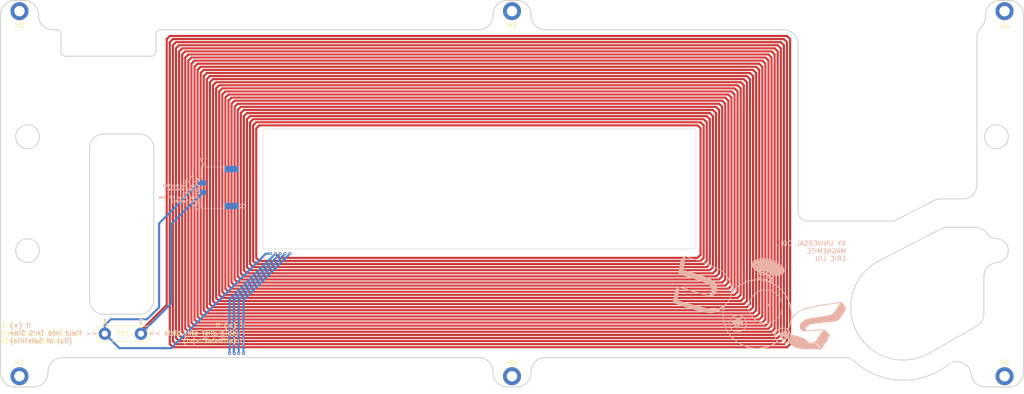
<source format=kicad_pcb>
(kicad_pcb (version 20240108) (generator "pcbnew") (generator_version "8.0")
  (title_block (title "Magnemite ") (date "2024-05-09") (rev "2.0") (comment 1 "Designed by: Eric Liu"))
  (layers (0 "F.Cu" signal) (1 "In1.Cu" signal) (2 "In2.Cu" signal) (3 "In3.Cu" signal) (4 "In4.Cu" signal) (31 "B.Cu" signal) (34 "B.Paste" user) (35 "F.Paste" user) (36 "B.SilkS" user "B.Silkscreen") (37 "F.SilkS" user "F.Silkscreen") (38 "B.Mask" user) (39 "F.Mask" user) (44 "Edge.Cuts" user))
  (net 0 "")
  (net 7 "COIL_1")
  (net 8 "COIL_2")
  (footprint "MountingHole:MountingHole_2.2mm_M2_DIN965_Pad_TopBottom" (layer "F.Cu") (at 52.371631 50.586)
    (property "Reference" "H2" (at 0.032369 2.988 0) (layer "F.SilkS"))
    (property "Value" "~")
    (pad "1" thru_hole circle (at 0 0) (size 2.6 2.6) (drill 2.2) (layers "*.Cu" "*.Mask"))
    (pad "1" connect circle (at 0 0) (size 3.8 3.8) (layers "F.Cu" "F.Mask"))
    (pad "1" connect circle (at 0 0) (size 3.8 3.8) (layers "B.Cu" "B.Mask"))
  )
  (footprint "ssi_connector:TestPointConnection" (layer "F.Cu") (at 74.168 119.126)
    (property "Reference" "TP1" (at 0 -0.5 0) (layer "F.SilkS"))
    (property "Value" "Start/End of Coil Series" (hide yes))
    (pad "1" thru_hole circle (at -3.82 -0.5) (size 2.6 2.6) (drill 1.3) (layers "*.Cu" "*.Mask") (net 7 "COIL_1"))
    (pad "2" thru_hole circle (at 3.8 -0.5) (size 2.6 2.6) (drill 1.3) (layers "*.Cu" "*.Mask") (net 8 "COIL_2"))
  )
  (footprint "MountingHole:MountingHole_2.2mm_M2_DIN965_Pad_TopBottom" (layer "F.Cu") (at 156.121631 50.586)
    (property "Reference" "H3" (at 0 2.988 0) (layer "F.SilkS"))
    (property "Value" "~")
    (pad "1" thru_hole circle (at 0 0) (size 2.6 2.6) (drill 2.2) (layers "*.Cu" "*.Mask"))
    (pad "1" connect circle (at 0 0) (size 3.8 3.8) (layers "F.Cu" "F.Mask"))
    (pad "1" connect circle (at 0 0) (size 3.8 3.8) (layers "B.Cu" "B.Mask"))
  )
  (footprint "MountingHole:MountingHole_2.2mm_M2_DIN965_Pad_TopBottom" (layer "F.Cu") (at 259.871631 127.586)
    (property "Reference" "H6" (at 0 -2.9 0) (layer "F.SilkS"))
    (property "Value" "~")
    (pad "1" thru_hole circle (at 0 0) (size 2.6 2.6) (drill 2.2) (layers "*.Cu" "*.Mask"))
    (pad "1" connect circle (at 0 0) (size 3.8 3.8) (layers "F.Cu" "F.Mask"))
    (pad "1" connect circle (at 0 0) (size 3.8 3.8) (layers "B.Cu" "B.Mask"))
  )
  (footprint "MountingHole:MountingHole_2.2mm_M2_DIN965_Pad_TopBottom" (layer "F.Cu") (at 156.121631 127.586)
    (property "Reference" "H5" (at 0 -2.9 0) (layer "F.SilkS"))
    (property "Value" "~")
    (pad "1" thru_hole circle (at 0 0) (size 2.6 2.6) (drill 2.2) (layers "*.Cu" "*.Mask"))
    (pad "1" connect circle (at 0 0) (size 3.8 3.8) (layers "F.Cu" "F.Mask"))
    (pad "1" connect circle (at 0 0) (size 3.8 3.8) (layers "B.Cu" "B.Mask"))
  )
  (footprint "MountingHole:MountingHole_2.2mm_M2_DIN965_Pad_TopBottom" (layer "F.Cu") (at 52.371631 127.586)
    (property "Reference" "H1" (at 0 -2.9 0) (layer "F.SilkS"))
    (property "Value" "~")
    (pad "1" thru_hole circle (at 0 0) (size 2.6 2.6) (drill 2.2) (layers "*.Cu" "*.Mask"))
    (pad "1" connect circle (at 0 0) (size 3.8 3.8) (layers "F.Cu" "F.Mask"))
    (pad "1" connect circle (at 0 0) (size 3.8 3.8) (layers "B.Cu" "B.Mask"))
  )
  (footprint "MountingHole:MountingHole_2.2mm_M2_DIN965_Pad_TopBottom" (layer "F.Cu") (at 259.871631 50.586)
    (property "Reference" "H4" (at 0.032369 3.188 0) (layer "F.SilkS"))
    (property "Value" "~")
    (pad "1" thru_hole circle (at 0 0) (size 2.6 2.6) (drill 2.2) (layers "*.Cu" "*.Mask"))
    (pad "1" connect circle (at 0 0) (size 3.8 3.8) (layers "F.Cu" "F.Mask"))
    (pad "1" connect circle (at 0 0) (size 3.8 3.8) (layers "B.Cu" "B.Mask"))
  )
  (footprint "NetTie:NetTie-2_SMD_Pad0.5mm" (layer "B.Cu") (at 82.804 121.666 180)
    (property "Reference" "NT1" (hide yes))
    (property "Value" "NetTie_2" (hide yes))
    (fp_poly (pts (xy -0.5 0.25) (xy 0.5 0.25) (xy 0.5 -0.25) (xy -0.5 -0.25)) (fill solid) (layer "B.Cu"))
    (pad "1" smd circle (at -0.5 0 180) (size 0.5 0.5) (layers "B.Cu") (net 8 "COIL_2"))
    (pad "2" smd circle (at 0.5 0 180) (size 0.5 0.5) (layers "B.Cu") (net 7 "COIL_1"))
  )
  (footprint "ssi_connector:Molex_205338-0002" (layer "B.Cu") (at 91.053001 86.799003 90)
    (property "Reference" "J1" (at -4.914997 8.350999 90) (layer "B.SilkS") (effects (justify mirror)))
    (property "Value" "2053380002" (hide yes))
    (fp_text user "*" (at 0.715003 -0.949001 90) (layer "B.SilkS") (effects (justify mirror)))
    (pad "1" smd rect (at 0 0 90) (size 1.1 1.45) (layers "B.Cu" "B.Paste" "B.Mask") (net 7 "COIL_1"))
    (pad "2" smd rect (at -2.000001 0 90) (size 1.1 1.45) (layers "B.Cu" "B.Paste" "B.Mask") (net 8 "COIL_2"))
    (pad "3" smd rect (at 2.894998 5.974999 90) (size 1.35 2.899999) (layers "B.Cu" "B.Paste" "B.Mask"))
    (pad "4" smd rect (at -4.894997 5.974999 90) (size 1.35 2.899999) (layers "B.Cu" "B.Paste" "B.Mask"))
  )
  (footprint "ssi_drawings:logo_magtorquer" (layer "B.Cu") (at 208.28 112.014 180)
    (property "Reference" "G***" (hide yes))
    (property "Value" "LOGO" (hide yes))
  )
  (gr_line (start 160.121631 126.836) (end 160.121631 126.661) (stroke (width 0.2)) (layer "Edge.Cuts"))
  (gr_arc (start 248.017869 125.143714) (mid 237.996342 128.412213) (end 228.232362 124.439949) (stroke (width 0.2)) (layer "Edge.Cuts"))
  (gr_arc (start 160.121631 126.661) (mid 161.000312 124.53969) (end 163.121631 123.661) (stroke (width 0.2)) (layer "Edge.Cuts"))
  (gr_line (start 163.121631 123.661) (end 226.215698 123.661) (stroke (width 0.2)) (layer "Edge.Cuts"))
  (gr_arc (start 59.371631 54.511) (mid 57.250291 53.632331) (end 56.371631 51.511) (stroke (width 0.2)) (layer "Edge.Cuts"))
  (gr_circle (center 258.171631 77.086) (end 258.171631 74.586) (stroke (width 0.2)) (fill none) (layer "Edge.Cuts"))
  (gr_arc (start 58.371631 126.836) (mid 57.492953 128.957331) (end 55.371631 129.836) (stroke (width 0.2)) (layer "Edge.Cuts"))
  (gr_line (start 70.134831 76.4899) (end 77.659631 76.4899) (stroke (width 0.2)) (layer "Edge.Cuts"))
  (gr_line (start 56.371631 51.511) (end 56.371631 51.336) (stroke (width 0.2)) (layer "Edge.Cuts"))
  (gr_arc (start 80.659631 111.5239) (mid 79.780953 113.645231) (end 77.659631 114.5239) (stroke (width 0.2)) (layer "Edge.Cuts"))
  (gr_arc (start 160.121631 126.836) (mid 159.242953 128.957331) (end 157.121631 129.836) (stroke (width 0.2)) (layer "Edge.Cuts"))
  (gr_arc (start 152.121631 51.511) (mid 151.242953 53.632331) (end 149.121631 54.511) (stroke (width 0.2)) (layer "Edge.Cuts"))
  (gr_arc (start 149.121631 123.661) (mid 151.242932 124.53969) (end 152.121631 126.661) (stroke (width 0.2)) (layer "Edge.Cuts"))
  (gr_line (start 157.121631 48.336) (end 155.121631 48.336) (stroke (width 0.2)) (layer "Edge.Cuts"))
  (gr_line (start 155.121631 129.836) (end 157.121631 129.836) (stroke (width 0.2)) (layer "Edge.Cuts"))
  (gr_line (start 77.659631 114.5239) (end 70.134831 114.5239) (stroke (width 0.2)) (layer "Edge.Cuts"))
  (gr_line (start 152.121631 126.661) (end 152.121631 126.836) (stroke (width 0.2)) (layer "Edge.Cuts"))
  (gr_arc (start 58.371631 126.661) (mid 59.250312 124.53969) (end 61.371631 123.661) (stroke (width 0.2)) (layer "Edge.Cuts"))
  (gr_arc (start 152.121631 51.336) (mid 153.000312 49.21469) (end 155.121631 48.336) (stroke (width 0.2)) (layer "Edge.Cuts"))
  (gr_line (start 255.834505 129.836) (end 260.871631 129.836) (stroke (width 0.2)) (layer "Edge.Cuts"))
  (gr_arc (start 155.121631 129.836) (mid 153.000291 128.957331) (end 152.121631 126.836) (stroke (width 0.2)) (layer "Edge.Cuts"))
  (gr_arc (start 157.121631 48.336) (mid 159.242932 49.21469) (end 160.121631 51.336) (stroke (width 0.2)) (layer "Edge.Cuts"))
  (gr_line (start 149.121631 54.511) (end 82.121631 54.511) (stroke (width 0.2)) (layer "Edge.Cuts"))
  (gr_arc (start 163.121631 54.511) (mid 161.000291 53.632331) (end 160.121631 51.511) (stroke (width 0.2)) (layer "Edge.Cuts"))
  (gr_line (start 81.121631 55.511) (end 81.121631 59.086) (stroke (width 0.2)) (layer "Edge.Cuts"))
  (gr_arc (start 81.121631 59.086) (mid 80.82874 59.793117) (end 80.121631 60.086) (stroke (width 0.2)) (layer "Edge.Cuts"))
  (gr_arc (start 67.134831 79.4899) (mid 68.013512 77.36859) (end 70.134831 76.4899) (stroke (width 0.2)) (layer "Edge.Cuts"))
  (gr_arc (start 51.371631 129.836) (mid 49.250291 128.957331) (end 48.371631 126.836) (stroke (width 0.2)) (layer "Edge.Cuts"))
  (gr_line (start 247.807463 96.186) (end 253.661528 96.186) (stroke (width 0.2)) (layer "Edge.Cuts"))
  (gr_arc (start 260.871631 48.336) (mid 262.992932 49.21469) (end 263.871631 51.336) (stroke (width 0.2)) (layer "Edge.Cuts"))
  (gr_line (start 160.121631 51.511) (end 160.121631 51.336) (stroke (width 0.2)) (layer "Edge.Cuts"))
  (gr_arc (start 48.371631 51.336) (mid 49.250312 49.21469) (end 51.371631 48.336) (stroke (width 0.2)) (layer "Edge.Cuts"))
  (gr_arc (start 81.121631 55.511) (mid 81.414526 54.803904) (end 82.121631 54.511) (stroke (width 0.2)) (layer "Edge.Cuts"))
  (gr_line (start 61.121631 59.086) (end 61.121631 55.511) (stroke (width 0.2)) (layer "Edge.Cuts"))
  (gr_line (start 61.371631 123.661) (end 149.121631 123.661) (stroke (width 0.2)) (layer "Edge.Cuts"))
  (gr_arc (start 254.066488 56.049108) (mid 254.301325 54.885557) (end 254.96906 53.904162) (stroke (width 0.2)) (layer "Edge.Cuts"))
  (gr_line (start 60.121631 54.511) (end 59.371631 54.511) (stroke (width 0.2)) (layer "Edge.Cuts"))
  (gr_arc (start 244.965495 90.522253) (mid 245.635316 90.27127) (end 246.345513 90.186) (stroke (width 0.2)) (layer "Edge.Cuts"))
  (gr_arc (start 253.661528 96.186) (mid 255.005385 96.503841) (end 256.064509 97.389982) (stroke (width 0.2)) (layer "Edge.Cuts"))
  (gr_arc (start 255.526488 114.395724) (mid 255.121468 115.901047) (end 254.015803 116.99994) (stroke (width 0.2)) (layer "Edge.Cuts"))
  (gr_line (start 235.908015 94.836) (end 218.371631 94.836) (stroke (width 0.2)) (layer "Edge.Cuts"))
  (gr_arc (start 255.871631 51.336) (mid 256.750312 49.21469) (end 258.871631 48.336) (stroke (width 0.2)) (layer "Edge.Cuts"))
  (gr_line (start 254.015803 116.99994) (end 244.041836 122.703911) (stroke (width 0.2)) (layer "Edge.Cuts"))
  (gr_line (start 152.121631 51.336) (end 152.121631 51.511) (stroke (width 0.2)) (layer "Edge.Cuts"))
  (gr_arc (start 258.306112 98.58962) (mid 260.671566 101.072567) (end 258.33293 103.580791) (stroke (width 0.2)) (layer "Edge.Cuts"))
  (gr_arc (start 77.659631 76.4899) (mid 79.780932 77.36859) (end 80.659631 79.4899) (stroke (width 0.2)) (layer "Edge.Cuts"))
  (gr_line (start 67.134831 111.5239) (end 67.134831 79.4899) (stroke (width 0.2)) (layer "Edge.Cuts"))
  (gr_arc (start 263.871631 126.836) (mid 262.992953 128.957331) (end 260.871631 129.836) (stroke (width 0.2)) (layer "Edge.Cuts"))
  (gr_arc (start 53.371631 48.336) (mid 55.492932 49.21469) (end 56.371631 51.336) (stroke (width 0.2)) (layer "Edge.Cuts"))
  (gr_arc (start 255.526488 106.57454) (mid 256.337789 104.522765) (end 258.33293 103.580791) (stroke (width 0.2)) (layer "Edge.Cuts"))
  (gr_arc (start 255.871631 51.759216) (mid 255.636794 52.922768) (end 254.96906 53.904162) (stroke (width 0.2)) (layer "Edge.Cuts"))
  (gr_arc (start 258.306112 98.58962) (mid 257.05196 98.23898) (end 256.064509 97.389982) (stroke (width 0.2)) (layer "Edge.Cuts"))
  (gr_line (start 254.066488 56.049108) (end 254.066488 87.186) (stroke (width 0.2)) (layer "Edge.Cuts"))
  (gr_line (start 251.066488 90.186) (end 246.345513 90.186) (stroke (width 0.2)) (layer "Edge.Cuts"))
  (gr_line (start 80.121631 60.086) (end 62.121631 60.086) (stroke (width 0.2)) (layer "Edge.Cuts"))
  (gr_circle (center 54.071631 77.086) (end 54.071631 74.586) (stroke (width 0.2)) (fill none) (layer "Edge.Cuts"))
  (gr_arc (start 226.215698 123.661) (mid 227.296645 123.862483) (end 228.232362 124.439949) (stroke (width 0.2)) (layer "Edge.Cuts"))
  (gr_line (start 255.526488 106.57454) (end 255.526488 114.395724) (stroke (width 0.2)) (layer "Edge.Cuts"))
  (gr_line (start 255.871631 51.336) (end 255.871631 51.759216) (stroke (width 0.2)) (layer "Edge.Cuts"))
  (gr_arc (start 70.134831 114.5239) (mid 68.013491 113.645231) (end 67.134831 111.5239) (stroke (width 0.2)) (layer "Edge.Cuts"))
  (gr_line (start 233.444793 103.248229) (end 246.427444 96.522253) (stroke (width 0.2)) (layer "Edge.Cuts"))
  (gr_arc (start 254.066488 87.186) (mid 253.187808 89.307316) (end 251.066488 90.186) (stroke (width 0.2)) (layer "Edge.Cuts"))
  (gr_line (start 48.371631 51.336) (end 48.371631 126.836) (stroke (width 0.2)) (layer "Edge.Cuts"))
  (gr_line (start 51.371631 129.836) (end 55.371631 129.836) (stroke (width 0.2)) (layer "Edge.Cuts"))
  (gr_arc (start 244.041836 122.703911) (mid 228.811572 118.385659) (end 233.444793 103.248229) (stroke (width 0.2)) (layer "Edge.Cuts"))
  (gr_line (start 216.371631 92.836) (end 216.371631 57.511) (stroke (width 0.2)) (layer "Edge.Cuts"))
  (gr_line (start 263.871631 126.836) (end 263.871631 51.336) (stroke (width 0.2)) (layer "Edge.Cuts"))
  (gr_arc (start 60.121631 54.511) (mid 60.828718 54.803904) (end 61.121631 55.511) (stroke (width 0.2)) (layer "Edge.Cuts"))
  (gr_line (start 244.965495 90.522253) (end 237.288034 94.499747) (stroke (width 0.2)) (layer "Edge.Cuts"))
  (gr_arc (start 62.121631 60.086) (mid 61.414505 59.793117) (end 61.121631 59.086) (stroke (width 0.2)) (layer "Edge.Cuts"))
  (gr_line (start 58.371631 126.836) (end 58.371631 126.661) (stroke (width 0.2)) (layer "Edge.Cuts"))
  (gr_arc (start 237.288034 94.499747) (mid 236.618211 94.75072) (end 235.908015 94.836) (stroke (width 0.2)) (layer "Edge.Cuts"))
  (gr_arc (start 248.017869 125.143714) (mid 251.03073 124.735427) (end 252.853068 127.169217) (stroke (width 0.2)) (layer "Edge.Cuts"))
  (gr_arc (start 255.834505 129.836) (mid 253.834488 129.072001) (end 252.853068 127.169217) (stroke (width 0.2)) (layer "Edge.Cuts"))
  (gr_line (start 213.371631 54.511) (end 163.121631 54.511) (stroke (width 0.2)) (layer "Edge.Cuts"))
  (gr_arc (start 213.371631 54.511) (mid 215.492932 55.38969) (end 216.371631 57.511) (stroke (width 0.2)) (layer "Edge.Cuts"))
  (gr_line (start 53.371631 48.336) (end 51.371631 48.336) (stroke (width 0.2)) (layer "Edge.Cuts"))
  (gr_circle (center 54.071631 101.086) (end 54.071631 98.586) (stroke (width 0.2)) (fill none) (layer "Edge.Cuts"))
  (gr_line (start 260.871631 48.336) (end 258.871631 48.336) (stroke (width 0.2)) (layer "Edge.Cuts"))
  (gr_rect (start 103.632 75.438) (end 194.880695 100.741627) (stroke (width 0.1)) (fill none) (layer "Edge.Cuts"))
  (gr_arc (start 218.371631 94.836) (mid 216.957398 94.250224) (end 216.371631 92.836) (stroke (width 0.2)) (layer "Edge.Cuts"))
  (gr_arc (start 246.427444 96.522253) (mid 247.097268 96.271283) (end 247.807463 96.186) (stroke (width 0.2)) (layer "Edge.Cuts"))
  (gr_line (start 80.659631 79.4899) (end 80.659631 111.5239) (stroke (width 0.2)) (layer "Edge.Cuts"))
  (gr_text "<< If (+)\nField Into This Side\n(Out of Satellite)\n" (at 90.104 88.474 0) (layer "B.SilkS") (effects (font (size 0.5 0.5) (thickness 0.125)) (justify left bottom mirror)))
  (gr_text "<< If (+)\nField Out of This Side\n(Into Satellite)\n" (at 90.104 90.974 0) (layer "B.SilkS") (effects (font (size 0.5 0.5) (thickness 0.125)) (justify left bottom mirror)))
  (gr_text "1" (at 89.354 85.674 0) (layer "B.SilkS") (effects (font (size 1 1)) (justify left bottom mirror)))
  (gr_text "1" (at 70.904 116.674 0) (layer "B.SilkS") (effects (font (size 1 1)) (justify left bottom mirror)))
  (gr_text "XY UNIVERSAL COIL\nMAGNEMITE \nERIC LIU" (at 226.568 103.378 0) (layer "B.SilkS") (effects (font (size 1 1)) (justify left bottom mirror)))
  (gr_text "If (+)\nField Out of THIS Side >>\n(Into Satellite)" (at 100.004 120.674 0) (layer "B.SilkS") (effects (font (size 1 1)) (justify left bottom mirror)))
  (gr_text "2" (at 90.154 92.474 0) (layer "B.SilkS") (effects (font (size 1 1)) (justify left bottom mirror)))
  (gr_text "If (+)\n<< Field Into THIS Side\n(Out of Satellite)" (at 50.294 120.694 0) (layer "B.SilkS") (effects (font (size 1 1)) (justify right bottom mirror)))
  (gr_text "2" (at 78.454 116.674 0) (layer "B.SilkS") (effects (font (size 1 1)) (justify left bottom mirror)))
  (gr_text "If (+)\nField Out of THIS Side >>\n(Out of Satellite)" (at 48.374 120.694 0) (layer "F.SilkS") (effects (font (size 1 1)) (justify left bottom)))
  (gr_text "2" (at 77.504 116.674 0) (layer "F.SilkS") (effects (font (size 1 1)) (justify left bottom)))
  (gr_text "If (+)\n<< Field Into THIS Side\n(Into Satellite)" (at 98.104 120.674 0) (layer "F.SilkS") (effects (font (size 1 1)) (justify right bottom)))
  (gr_text "1" (at 69.954 116.674 0) (layer "F.SilkS") (effects (font (size 1 1)) (justify left bottom)))
  (segment (start 81.788 95.339004) (end 81.788 113.03) (width 0.45) (layer "B.Cu") (net 7))
  (segment (start 79.248 115.57) (end 71.628 115.57) (width 0.45) (layer "B.Cu") (net 7))
  (segment (start 71.628 115.57) (end 70.348 116.85) (width 0.45) (layer "B.Cu") (net 7))
  (segment (start 70.348 118.626) (end 73.388 121.666) (width 0.45) (layer "B.Cu") (net 7))
  (segment (start 70.348 116.85) (end 70.348 118.626) (width 0.45) (layer "B.Cu") (net 7))
  (segment (start 91.053001 86.799003) (end 90.328001 86.799003) (width 0.45) (layer "B.Cu") (net 7))
  (segment (start 90.328001 86.799003) (end 81.788 95.339004) (width 0.45) (layer "B.Cu") (net 7))
  (segment (start 81.788 113.03) (end 79.248 115.57) (width 0.45) (layer "B.Cu") (net 7))
  (segment (start 73.388 121.666) (end 82.304 121.666) (width 0.45) (layer "B.Cu") (net 7))
  (segment (start 90.543689 63.62138) (end 90.543689 114.32138) (width 0.45) (layer "F.Cu") (net 8))
  (segment (start 98.343688 107.82138) (end 97.693689 107.17138) (width 0.45) (layer "F.Cu") (net 8))
  (segment (start 212.743689 118.87138) (end 212.093689 119.52138) (width 0.45) (layer "F.Cu") (net 8))
  (segment (start 208.843688 114.97138) (end 208.193689 115.62138) (width 0.45) (layer "F.Cu") (net 8))
  (segment (start 90.543688 115.62138) (end 89.893688 114.97138) (width 0.45) (layer "F.Cu") (net 8))
  (segment (start 196.493689 103.92138) (end 102.243688 103.92138) (width 0.45) (layer "F.Cu") (net 8))
  (segment (start 202.343689 109.77138) (end 96.393688 109.77138) (width 0.45) (layer "F.Cu") (net 8))
  (segment (start 98.993689 72.07138) (end 99.643688 71.42138) (width 0.45) (layer "F.Cu") (net 8))
  (segment (start 200.393689 69.47138) (end 201.043689 70.12138) (width 0.45) (layer "F.Cu") (net 8))
  (segment (start 92.493688 113.67138) (end 91.843688 113.02138) (width 0.45) (layer "F.Cu") (net 8))
  (segment (start 214.043689 120.17138) (end 214.043689 57.12138) (width 0.45) (layer "F.Cu") (net 8))
  (segment (start 87.943689 61.02138) (end 87.943689 116.92138) (width 0.45) (layer "F.Cu") (net 8))
  (segment (start 200.393688 70.77138) (end 200.393688 106.52138) (width 0.45) (layer "F.Cu") (net 8))
  (segment (start 99.643689 72.72138) (end 100.293689 72.07138) (width 0.45) (layer "F.Cu") (net 8))
  (segment (start 91.843688 63.62138) (end 206.243689 63.62138) (width 0.45) (layer "F.Cu") (net 8))
  (segment (start 204.293689 110.42138) (end 203.643689 111.07138) (width 0.45) (layer "F.Cu") (net 8))
  (segment (start 201.693689 69.47138) (end 201.693689 107.82138) (width 0.45) (layer "F.Cu") (net 8))
  (segment (start 214.043689 55.82138) (end 84.043689 55.82138) (width 0.45) (layer "F.Cu") (net 8))
  (segment (start 212.093688 118.22138) (end 211.443689 118.87138) (width 0.45) (layer "F.Cu") (net 8))
  (segment (start 87.293689 60.37138) (end 87.293689 117.57138) (width 0.45) (layer "F.Cu") (net 8))
  (segment (start 213.393688 57.77138) (end 212.743689 57.12138) (width 0.45) (layer "F.Cu") (net 8))
  (segment (start 197.793689 105.22138) (end 100.943689 105.22138) (width 0.45) (layer "F.Cu") (net 8))
  (segment (start 211.443689 118.87138) (end 87.293688 118.87138) (width 0.45) (layer "F.Cu") (net 8))
  (segment (start 197.143688 74.02138) (end 197.143688 103.27138) (width 0.45) (layer "F.Cu") (net 8))
  (segment (start 203.643689 66.22138) (end 204.293689 66.87138) (width 0.45) (layer "F.Cu") (net 8))
  (segment (start 85.343688 120.82138) (end 213.393689 120.82138) (width 0.45) (layer "F.Cu") (net 8))
  (segment (start 197.143688 103.27138) (end 196.493689 103.92138) (width 0.45) (layer "F.Cu") (net 8))
  (segment (start 206.893689 114.32138) (end 91.843688 114.32138) (width 0.45) (layer "F.Cu") (net 8))
  (segment (start 91.193689 62.97138) (end 206.893689 62.97138) (width 0.45) (layer "F.Cu") (net 8))
  (segment (start 201.043689 108.47138) (end 97.693689 108.47138) (width 0.45) (layer "F.Cu") (net 8))
  (segment (start 85.993688 120.17138) (end 212.743689 120.17138) (width 0.45) (layer "F.Cu") (net 8))
  (segment (start 212.093688 59.07138) (end 212.093688 118.22138) (width 0.45) (layer "F.Cu") (net 8))
  (segment (start 98.993688 107.17138) (end 98.343688 106.52138) (width 0.45) (layer "F.Cu") (net 8))
  (segment (start 95.093689 68.17138) (end 95.743689 67.52138) (width 0.45) (layer "F.Cu") (net 8))
  (segment (start 201.693689 109.12138) (end 97.043688 109.12138) (width 0.45) (layer "F.Cu") (net 8))
  (segment (start 92.493689 64.27138) (end 205.593689 64.27138) (width 0.45) (layer "F.Cu") (net 8))
  (segment (start 101.593689 74.67138) (end 102.243689 74.02138) (width 0.45) (layer "F.Cu") (net 8))
  (segment (start 100.943689 72.72138) (end 197.143689 72.72138) (width 0.45) (layer "F.Cu") (net 8))
  (segment (start 100.293689 73.37138) (end 100.943689 72.72138) (width 0.45) (layer "F.Cu") (net 8))
  (segment (start 207.543689 63.62138) (end 207.543689 113.67138) (width 0.45) (layer "F.Cu") (net 8))
  (segment (start 83.393689 56.47138) (end 83.393689 112.537379) (width 0.45) (layer "F.Cu") (net 8))
  (segment (start 206.893688 113.02138) (end 206.243689 113.67138) (width 0.45) (layer "F.Cu") (net 8))
  (segment (start 95.743689 68.82138) (end 96.393688 68.17138) (width 0.45) (layer "F.Cu") (net 8))
  (segment (start 86.643689 59.72138) (end 86.643689 118.221379) (width 0.45) (layer "F.Cu") (net 8))
  (segment (start 84.693689 120.17138) (end 85.343688 120.82138) (width 0.45) (layer "F.Cu") (net 8))
  (segment (start 89.893689 62.97138) (end 89.893689 114.971379) (width 0.45) (layer "F.Cu") (net 8))
  (segment (start 195.193689 102.62138) (end 195.843688 101.97138) (width 0.45) (layer "F.Cu") (net 8))
  (segment (start 206.243689 64.92138) (end 206.243689 112.37138) (width 0.45) (layer "F.Cu") (net 8))
  (segment (start 97.693689 70.77138) (end 97.693689 107.17138) (width 0.45) (layer "F.Cu") (net 8))
  (segment (start 209.493689 60.37138) (end 210.143688 61.02138) (width 0.45) (layer "F.Cu") (net 8))
  (segment (start 99.643689 72.72138) (end 99.643689 105.221379) (width 0.45) (layer "F.Cu") (net 8))
  (segment (start 201.043689 107.17138) (end 200.393689 107.82138) (width 0.45) (layer "F.Cu") (net 8))
  (segment (start 214.693689 120.82138) (end 214.693689 56.47138) (width 0.45) (layer "F.Cu") (net 8))
  (segment (start 206.243689 63.62138) (end 206.893688 64.27138) (width 0.45) (layer "F.Cu") (net 8))
  (segment (start 92.493689 65.57138) (end 93.143688 64.92138) (width 0.45) (layer "F.Cu") (net 8))
  (segment (start 85.343689 58.42138) (end 85.993689 57.77138) (width 0.45) (layer "F.Cu") (net 8))
  (segment (start 91.193689 64.27138) (end 91.843688 63.62138) (width 0.45) (layer "F.Cu") (net 8))
  (segment (start 205.593688 65.57138) (end 205.593688 111.72138) (width 0.45) (layer "F.Cu") (net 8))
  (segment (start 204.293689 111.72138) (end 94.443689 111.72138) (width 0.45) (layer "F.Cu") (net 8))
  (segment (start 87.293689 59.07138) (end 210.793689 59.07138) (width 0.45) (layer "F.Cu") (net 8))
  (segment (start 206.243689 112.37138) (end 205.593689 113.02138) (width 0.45) (layer "F.Cu") (net 8))
  (segment (start 98.993689 70.77138) (end 199.093689 70.77138) (width 0.45) (layer "F.Cu") (net 8))
  (segment (start 91.843689 64.92138) (end 92.493689 64.27138) (width 0.45) (layer "F.Cu") (net 8))
  (segment (start 100.943689 74.02138) (end 101.593688 73.37138) (width 0.45) (layer "F.Cu") (net 8))
  (segment (start 208.843689 116.27138) (end 89.893688 116.27138) (width 0.45) (layer "F.Cu") (net 8))
  (segment (start 201.693689 68.17138) (end 202.343688 68.82138) (width 0.45) (layer "F.Cu") (net 8))
  (segment (start 198.443689 72.72138) (end 198.443689 104.57138) (width 0.45) (layer "F.Cu") (net 8))
  (segment (start 93.793688 112.37138) (end 93.143688 111.72138) (width 0.45) (layer "F.Cu") (net 8))
  (segment (start 214.043689 121.47138) (end 214.693689 120.82138) (width 0.45) (layer "F.Cu") (net 8))
  (segment (start 195.193689 74.67138) (end 102.893688 74.67138) (width 0.45) (layer "F.Cu") (net 8))
  (segment (start 85.993689 59.07138) (end 86.643688 58.42138) (width 0.45) (layer "F.Cu") (net 8))
  (segment (start 95.743689 68.82138) (end 95.743689 109.121379) (width 0.45) (layer "F.Cu") (net 8))
  (segment (start 96.393688 109.77138) (end 95.743689 109.12138) (width 0.45) (layer "F.Cu") (net 8))
  (segment (start 84.043689 57.12138) (end 84.043689 120.82138) (width 0.45) (layer "F.Cu") (net 8))
  (segment (start 94.443689 66.22138) (end 203.643689 66.22138) (width 0.45) (layer "F.Cu") (net 8))
  (segment (start 85.343688 57.12138) (end 84.693689 57.77138) (width 0.45) (layer "F.Cu") (net 8))
  (segment (start 212.743689 57.12138) (end 85.343688 57.12138) (width 0.45) (layer "F.Cu") (net 8))
  (segment (start 210.143689 59.72138) (end 210.793689 60.37138) (width 0.45) (layer "F.Cu") (net 8))
  (segment (start 196.493689 73.37138) (end 197.143688 74.02138) (width 0.45) (layer "F.Cu") (net 8))
  (segment (start 90.543689 63.62138) (end 91.193689 62.97138) (width 0.45) (layer "F.Cu") (net 8))
  (segment (start 101.593689 74.67138) (end 101.593689 103.27138) (width 0.45) (layer "F.Cu") (net 8))
  (segment (start 213.393689 56.47138) (end 84.693689 56.47138) (width 0.45) (layer "F.Cu") (net 8))
  (segment (start 101.593688 104.57138) (end 100.943689 103.92138) (width 0.45) (layer "F.Cu") (net 8))
  (segment (start 102.243689 75.32138) (end 102.243689 102.621379) (width 0.45) (layer "F.Cu") (net 8))
  (segment (start 195.843689 74.02138) (end 196.493689 74.67138) (width 0.45) (layer "F.Cu") (net 8))
  (segment (start 206.893689 62.97138) (end 207.543689 63.62138) (width 0.45) (layer "F.Cu") (net 8))
  (segment (start 87.943689 61.02138) (end 88.593688 60.37138) (width 0.45) (layer "F.Cu") (net 8))
  (segment (start 102.893688 74.67138) (end 102.243689 75.32138) (width 0.45) (layer "F.Cu") (net 8))
  (segment (start 202.993689 110.42138) (end 95.743688 110.42138) (width 0.45) (layer "F.Cu") (net 8))
  (segment (start 102.893688 103.27138) (end 102.243689 102.62138) (width 0.45) (layer "F.Cu") (net 8))
  (segment (start 88.593689 61.67138) (end 88.593689 116.27138) (width 0.45) (layer "F.Cu") (net 8))
  (segment (start 97.043689 70.12138) (end 97.043689 107.82138) (width 0.45) (layer "F.Cu") (net 8))
  (segment (start 208.193689 62.97138) (end 208.193689 114.32138) (width 0.45) (layer "F.Cu") (net 8))
  (segment (start 97.693689 70.77138) (end 98.343688 70.12138) (width 0.45) (layer "F.Cu") (net 8))
  (segment (start 212.743689 58.42138) (end 212.743689 118.87138) (width 0.45) (layer "F.Cu") (net 8))
  (segment (start 205.593689 64.27138) (end 206.243689 64.92138) (width 0.45) (layer "F.Cu") (net 8))
  (segment (start 204.943689 112.37138) (end 93.793688 112.37138) (width 0.45) (layer "F.Cu") (net 8))
  (segment (start 195.843688 75.32138) (end 195.193689 74.67138) (width 0.45) (layer "F.Cu") (net 8))
  (segment (start 206.893688 64.27138) (end 206.893688 113.02138) (width 0.45) (layer "F.Cu") (net 8))
  (segment (start 84.043689 55.82138) (end 83.393689 56.47138) (width 0.45) (layer "F.Cu") (net 8))
  (segment (start 95.743689 67.52138) (end 202.343689 67.52138) (width 0.45) (layer "F.Cu") (net 8))
  (segment (start 199.093689 106.52138) (end 99.643688 106.52138) (width 0.45) (layer "F.Cu") (net 8))
  (segment (start 199.743689 105.87138) (end 199.093689 106.52138) (width 0.45) (layer "F.Cu") (net 8))
  (segment (start 91.193689 114.97138) (end 90.543689 114.32138) (width 0.45) (layer "F.Cu") (net 8))
  (segment (start 195.843688 101.97138) (end 195.843688 75.32138) (width 0.45) (layer "F.Cu") (net 8))
  (segment (start 203.643688 109.77138) (end 202.993689 110.42138) (width 0.45) (layer "F.Cu") (net 8))
  (segment (start 106.269688 101.73388) (end 107.157188 102.62138) (width 0.45) (layer "F.Cu") (net 8))
  (segment (start 202.993689 68.17138) (end 202.993689 109.12138) (width 0.45) (layer "F.Cu") (net 8))
  (segment (start 91.843688 114.32138) (end 91.193689 113.67138) (width 0.45) (layer "F.Cu") (net 8))
  (segment (start 91.843689 64.92138) (end 91.843689 113.02138) (width 0.45) (layer "F.Cu") (net 8))
  (segment (start 107.157188 102.62138) (end 195.193689 102.62138) (width 0.45) (layer "F.Cu") (net 8))
  (segment (start 207.543689 113.67138) (end 206.893689 114.32138) (width 0.45) (layer "F.Cu") (net 8))
  (segment (start 90.543689 62.32138) (end 207.543689 62.32138) (width 0.45) (layer "F.Cu") (net 8))
  (segment (start 202.343689 67.52138) (end 202.993689 68.17138) (width 0.45) (layer "F.Cu") (net 8))
  (segment (start 88.593689 61.67138) (end 89.243689 61.02138) (width 0.45) (layer "F.Cu") (net 8))
  (segment (start 97.043689 70.12138) (end 97.693689 69.47138) (width 0.45) (layer "F.Cu") (net 8))
  (segment (start 93.793689 65.57138) (end 204.293689 65.57138) (width 0.45) (layer "F.Cu") (net 8))
  (segment (start 199.743689 70.12138) (end 200.393688 70.77138) (width 0.45) (layer "F.Cu") (net 8))
  (segment (start 95.093688 111.07138) (end 94.443689 110.42138) (width 0.45) (layer "F.Cu") (net 8))
  (segment (start 197.793689 73.37138) (end 197.793689 103.92138) (width 0.45) (layer "F.Cu") (net 8))
  (segment (start 100.943689 105.22138) (end 100.293689 104.57138) (width 0.45) (layer "F.Cu") (net 8))
  (segment (start 95.093689 68.17138) (end 95.093689 109.77138) (width 0.45) (layer "F.Cu") (net 8))
  (segment (start 98.993689 72.07138) (end 98.993689 105.871379) (width 0.45) (layer "F.Cu") (net 8))
  (segment (start 88.593688 60.37138) (end 209.493689 60.37138) (width 0.45) (layer "F.Cu") (net 8))
  (segment (start 98.343688 70.12138) (end 199.743689 70.12138) (width 0.45) (layer "F.Cu") (net 8))
  (segment (start 209.493689 116.92138) (end 89.243688 116.92138) (width 0.45) (layer "F.Cu") (net 8))
  (segment (start 102.243689 74.02138) (end 195.843689 74.02138) (width 0.45) (layer "F.Cu") (net 8))
  (segment (start 84.693689 121.47138) (end 214.043689 121.47138) (width 0.45) (layer "F.Cu") (net 8))
  (segment (start 204.943689 64.92138) (end 205.593688 65.57138) (width 0.45) (layer "F.Cu") (net 8))
  (segment (start 202.993689 66.87138) (end 203.643688 67.52138) (width 0.45) (layer "F.Cu") (net 8))
  (segment (start 97.043689 68.82138) (end 201.043689 68.82138) (width 0.45) (layer "F.Cu") (net 8))
  (segment (start 83.393689 112.537379) (end 77.968 117.963068) (width 0.45) (layer "F.Cu") (net 8))
  (segment (start 93.143689 66.22138) (end 93.143689 111.721379) (width 0.45) (layer "F.Cu") (net 8))
  (segment (start 205.593688 111.72138) (end 204.943689 112.37138) (width 0.45) (layer "F.Cu") (net 8))
  (segment (start 86.643688 58.42138) (end 211.443689 58.42138) (width 0.45) (layer "F.Cu") (net 8))
  (segment (start 98.343689 71.42138) (end 98.343689 106.52138) (width 0.45) (layer "F.Cu") (net 8))
  (segment (start 93.793689 66.87138) (end 94.443689 66.22138) (width 0.45) (layer "F.Cu") (net 8))
  (segment (start 93.793689 66.87138) (end 93.793689 111.07138) (width 0.45) (layer "F.Cu") (net 8))
  (segment (start 89.243689 62.32138) (end 89.893688 61.67138) (width 0.45) (layer "F.Cu") (net 8))
  (segment (start 89.893688 61.67138) (end 208.193689 61.67138) (width 0.45) (layer "F.Cu") (net 8))
  (segment (start 197.143689 104.57138) (end 101.593688 104.57138) (width 0.45) (layer "F.Cu") (net 8))
  (segment (start 89.243689 61.02138) (end 208.843689 61.02138) (width 0.45) (layer "F.Cu") (net 8))
  (segment (start 210.143688 61.02138) (end 210.143688 116.27138) (width 0.45) (layer "F.Cu") (net 8))
  (segment (start 203.643689 111.07138) (end 95.093688 111.07138) (width 0.45) (layer "F.Cu") (net 8))
  (segment (start 100.293688 105.87138) (end 99.643688 105.22138) (width 0.45) (layer "F.Cu") (net 8))
  (segment (start 89.243688 116.92138) (end 88.593688 116.27138) (width 0.45) (layer "F.Cu") (net 8))
  (segment (start 209.493689 61.67138) (end 209.493689 115.62138) (width 0.45) (layer "F.Cu") (net 8))
  (segment (start 100.943689 74.02138) (end 100.943689 103.92138) (width 0.45) (layer "F.Cu") (net 8))
  (segment (start 87.943689 118.22138) (end 87.293689 117.57138) (width 0.45) (layer "F.Cu") (net 8))
  (segment (start 98.343689 71.42138) (end 98.993689 70.77138) (width 0.45) (layer "F.Cu") (net 8))
  (segment (start 84.043689 120.82138) (end 84.693689 121.47138) (width 0.45) (layer "F.Cu") (net 8))
  (segment (start 93.143689 66.22138) (end 93.793689 65.57138) (width 0.45) (layer "F.Cu") (net 8))
  (segment (start 97.693689 108.47138) (end 97.043689 107.82138) (width 0.45) (layer "F.Cu") (net 8))
  (segment (start 95.093688 66.87138) (end 202.993689 66.87138) (width 0.45) (layer "F.Cu") (net 8))
  (segment (start 89.243689 62.32138) (end 89.243689 115.621379) (width 0.45) (layer "F.Cu") (net 8))
  (segment (start 91.193689 64.27138) (end 91.193689 113.67138) (width 0.45) (layer "F.Cu") (net 8))
  (segment (start 208.193689 115.62138) (end 90.543688 115.62138) (width 0.45) (layer "F.Cu") (net 8))
  (segment (start 85.343689 58.42138) (end 85.343689 119.52138) (width 0.45) (layer "F.Cu") (net 8))
  (segment (start 210.793689 116.92138) (end 210.143689 117.57138) (width 0.45) (layer "F.Cu") (net 8))
  (segment (start 77.968 117.963068) (end 77.968 118.626) (width 0.45) (layer "F.Cu") (net 8))
  (segment (start 95.743688 110.42138) (end 95.093688 109.77138) (width 0.45) (layer "F.Cu") (net 8))
  (segment (start 94.443689 67.52138) (end 95.093688 66.87138) (width 0.45) (layer "F.Cu") (net 8))
  (segment (start 89.893689 62.97138) (end 90.543689 62.32138) (width 0.45) (layer "F.Cu") (net 8))
  (segment (start 86.643689 59.72138) (end 87.293689 59.07138) (width 0.45) (layer "F.Cu") (net 8))
  (segment (start 87.943689 59.72138) (end 210.143689 59.72138) (width 0.45) (layer "F.Cu") (net 8))
  (segment (start 84.693689 56.47138) (end 84.043689 57.12138) (width 0.45) (layer "F.Cu") (net 8))
  (segment (start 201.043689 68.82138) (end 201.693689 69.47138) (width 0.45) (layer "F.Cu") (net 8))
  (segment (start 198.443689 71.42138) (end 199.093688 72.07138) (width 0.45) (layer "F.Cu") (net 8))
  (segment (start 100.293689 73.37138) (end 100.293689 104.57138) (width 0.45) (layer "F.Cu") (net 8))
  (segment (start 199.743689 107.17138) (end 98.993688 107.17138) (width 0.45) (layer "F.Cu") (net 8))
  (segment (start 85.343688 119.52138) (end 85.993688 120.17138) (width 0.45) (layer "F.Cu") (net 8))
  (segment (start 99.643688 106.52138) (end 98.993689 105.87138) (width 0.45) (layer "F.Cu") (net 8))
  (segment (start 86.643688 119.52138) (end 85.993689 118.87138) (width 0.45) (layer "F.Cu") (net 8))
  (segment (start 100.293689 72.07138) (end 197.793689 72.07138) (width 0.45) (layer "F.Cu") (net 8))
  (segment (start 94.443689 111.72138) (end 93.793689 111.07138) (width 0.45) (layer "F.Cu") (net 8))
  (segment (start 96.393688 68.17138) (end 201.693689 68.17138) (width 0.45) (layer "F.Cu") (net 8))
  (segment (start 207.543689 62.32138) (end 208.193689 62.97138) (width 0.45) (layer "F.Cu") (net 8))
  (segment (start 197.143689 72.72138) (end 197.793689 73.37138) (width 0.45) (layer "F.Cu") (net 8))
  (segment (start 204.943689 111.07138) (end 204.293689 111.72138) (width 0.45) (layer "F.Cu") (net 8))
  (segment (start 211.443689 58.42138) (end 212.093688 59.07138) (width 0.45) (layer "F.Cu") (net 8))
  (segment (start 89.893688 116.27138) (end 89.243689 115.62138) (width 0.45) (layer "F.Cu") (net 8))
  (segment (start 94.443689 67.52138) (end 94.443689 110.42138) (width 0.45) (layer "F.Cu") (net 8))
  (segment (start 199.093688 72.07138) (end 199.093688 105.22138) (width 0.45) (layer "F.Cu") (net 8))
  (segment (start 200.393688 106.52138) (end 199.743689 107.17138) (width 0.45) (layer "F.Cu") (net 8))
  (segment (start 197.793689 72.07138) (end 198.443689 72.72138) (width 0.45) (layer "F.Cu") (net 8))
  (segment (start 203.643688 67.52138) (end 203.643688 109.77138) (width 0.45) (layer "F.Cu") (net 8))
  (segment (start 84.693689 57.77138) (end 84.693689 120.17138) (width 0.45) (layer "F.Cu") (net 8))
  (segment (start 102.243688 103.92138) (end 101.593688 103.27138) (width 0.45) (layer "F.Cu") (net 8))
  (segment (start 201.043689 70.12138) (end 201.043689 107.17138) (width 0.45) (layer "F.Cu") (net 8))
  (segment (start 213.393689 120.82138) (end 214.043689 120.17138) (width 0.45) (layer "F.Cu") (net 8))
  (segment (start 208.843688 62.32138) (end 208.843688 114.97138) (width 0.45) (layer "F.Cu") (net 8))
  (segment (start 198.443689 104.57138) (end 197.793689 105.22138) (width 0.45) (layer "F.Cu") (net 8))
  (segment (start 210.793689 60.37138) (end 210.793689 116.92138) (width 0.45) (layer "F.Cu") (net 8))
  (segment (start 88.593688 117.57138) (end 87.943689 116.92138) (width 0.45) (layer "F.Cu") (net 8))
  (segment (start 202.993689 109.12138) (end 202.343689 109.77138) (width 0.45) (layer "F.Cu") (net 8))
  (segment (start 93.143688 113.02138) (end 92.493689 112.37138) (width 0.45) (layer "F.Cu") (net 8))
  (segment (start 93.143688 64.92138) (end 204.943689 64.92138) (width 0.45) (layer "F.Cu") (net 8))
  (segment (start 208.193689 61.67138) (end 208.843688 62.32138) (width 0.45) (layer "F.Cu") (net 8))
  (segment (start 96.393689 69.47138) (end 97.043689 68.82138) (width 0.45) (layer "F.Cu") (net 8))
  (segment (start 196.493689 74.67138) (end 196.493689 102.62138) (width 0.45) (layer "F.Cu") (net 8))
  (segment (start 198.443689 105.87138) (end 100.293688 105.87138) (width 0.45) (layer "F.Cu") (net 8))
  (segment (start 97.693689 69.47138) (end 200.393689 69.47138) (width 0.45) (layer "F.Cu") (net 8))
  (segment (start 202.343688 108.47138) (end 201.693689 109.12138) (width 0.45) (layer "F.Cu") (net 8))
  (segment (start 210.793689 59.07138) (end 211.443689 59.72138) (width 0.45) (layer "F.Cu") (net 8))
  (segment (start 92.493689 65.57138) (end 92.493689 112.371379) (width 0.45) (layer "F.Cu") (net 8))
  (segment (start 201.693689 107.82138) (end 201.043689 108.47138) (width 0.45) (layer "F.Cu") (net 8))
  (segment (start 197.793689 103.92138) (end 197.143689 104.57138) (width 0.45) (layer "F.Cu") (net 8))
  (segment (start 214.693689 56.47138) (end 214.043689 55.82138) (width 0.45) (layer "F.Cu") (net 8))
  (segment (start 97.043688 109.12138) (end 96.393688 108.47138) (width 0.45) (layer "F.Cu") (net 8))
  (segment (start 101.593688 73.37138) (end 196.493689 73.37138) (width 0.45) (layer "F.Cu") (net 8))
  (segment (start 204.943689 66.22138) (end 204.943689 111.07138) (width 0.45) (layer "F.Cu") (net 8))
  (segment (start 210.793689 118.22138) (end 87.943689 118.22138) (width 0.45) (layer "F.Cu") (net 8))
  (segment (start 212.093689 119.52138) (end 86.643688 119.52138) (width 0.45) (layer "F.Cu") (net 8))
  (segment (start 87.293689 60.37138) (end 87.943689 59.72138) (width 0.45) (layer "F.Cu") (net 8))
  (segment (start 208.193689 114.32138) (end 207.543689 114.97138) (width 0.45) (layer "F.Cu") (net 8))
  (segment (start 214.043689 57.12138) (end 213.393689 56.47138) (width 0.45) (layer "F.Cu") (net 8))
  (segment (start 204.293689 66.87138) (end 204.293689 110.42138) (width 0.45) (layer "F.Cu") (net 8))
  (segment (start 85.993689 57.77138) (end 212.093689 57.77138) (width 0.45) (layer "F.Cu") (net 8))
  (segment (start 99.643688 71.42138) (end 198.443689 71.42138) (width 0.45) (layer "F.Cu") (net 8))
  (segment (start 210.143688 116.27138) (end 209.493689 116.92138) (width 0.45) (layer "F.Cu") (net 8))
  (segment (start 199.743689 71.42138) (end 199.743689 105.87138) (width 0.45) (layer "F.Cu") (net 8))
  (segment (start 195.843689 103.27138) (end 102.893688 103.27138) (width 0.45) (layer "F.Cu") (net 8))
  (segment (start 205.593689 113.02138) (end 93.143688 113.02138) (width 0.45) (layer "F.Cu") (net 8))
  (segment (start 209.493689 115.62138) (end 208.843689 116.27138) (width 0.45) (layer "F.Cu") (net 8))
  (segment (start 213.393688 119.52138) (end 213.393688 57.77138) (width 0.45) (layer "F.Cu") (net 8))
  (segment (start 199.093688 105.22138) (end 198.443689 105.87138) (width 0.45) (layer "F.Cu") (net 8))
  (segment (start 211.443689 117.57138) (end 210.793689 118.22138) (width 0.45) (layer "F.Cu") (net 8))
  (segment (start 204.293689 65.57138) (end 204.943689 66.22138) (width 0.45) (layer "F.Cu") (net 8))
  (segment (start 85.993689 59.07138) (end 85.993689 118.871379) (width 0.45) (layer "F.Cu") (net 8))
  (segment (start 210.143689 117.57138) (end 88.593688 117.57138) (width 0.45) (layer "F.Cu") (net 8))
  (segment (start 206.243689 113.67138) (end 92.493688 113.67138) (width 0.45) (layer "F.Cu") (net 8))
  (segment (start 96.393689 69.47138) (end 96.393689 108.471379) (width 0.45) (layer "F.Cu") (net 8))
  (segment (start 208.843689 61.02138) (end 209.493689 61.67138) (width 0.45) (layer "F.Cu") (net 8))
  (segment (start 87.293688 118.87138) (end 86.643688 118.22138) (width 0.45) (layer "F.Cu") (net 8))
  (segment (start 202.343688 68.82138) (end 202.343688 108.47138) (width 0.45) (layer "F.Cu") (net 8))
  (segment (start 199.093689 70.77138) (end 199.743689 71.42138) (width 0.45) (layer "F.Cu") (net 8))
  (segment (start 207.543689 114.97138) (end 91.193689 114.97138) (width 0.45) (layer "F.Cu") (net 8))
  (segment (start 212.093689 57.77138) (end 212.743689 58.42138) (width 0.45) (layer "F.Cu") (net 8))
  (segment (start 211.443689 59.72138) (end 211.443689 117.57138) (width 0.45) (layer "F.Cu") (net 8))
  (segment (start 196.493689 102.62138) (end 195.843689 103.27138) (width 0.45) (layer "F.Cu") (net 8))
  (segment (start 212.743689 120.17138) (end 213.393688 119.52138) (width 0.45) (layer "F.Cu") (net 8))
  (segment (start 200.393689 107.82138) (end 98.343688 107.82138) (width 0.45) (layer "F.Cu") (net 8))
  (via (at 106.269688 101.73388) (size 0.65) (drill 0.3) (layers "F.Cu" "B.Cu") (net 8))
  (via (at 97.633688 122.78388) (size 0.65) (drill 0.3) (layers "F.Cu" "B.Cu") (net 8))
  (via (at 99.568 122.78388) (size 0.65) (drill 0.3) (layers "F.Cu" "B.Cu") (net 8))
  (via (at 96.617688 122.78388) (size 0.65) (drill 0.3) (layers "F.Cu" "B.Cu") (net 8))
  (via (at 107.285688 101.73388) (size 0.65) (drill 0.3) (layers "F.Cu" "B.Cu") (net 8))
  (via (at 108.301688 101.73388) (size 0.65) (drill 0.3) (layers "F.Cu" "B.Cu") (net 8))
  (via (at 109.317688 101.73388) (size 0.65) (drill 0.3) (layers "F.Cu" "B.Cu") (net 8))
  (via (at 98.552 122.78388) (size 0.65) (drill 0.3) (layers "F.Cu" "B.Cu") (net 8))
  (via (at 105.253688 101.73388) (size 0.65) (drill 0.3) (layers "F.Cu" "B.Cu") (net 8))
  (segment (start 84.328 121.666) (end 83.304 121.666) (width 0.45) (layer "B.Cu") (net 8))
  (segment (start 107.285688 101.73388) (end 107.285688 101.756312) (width 0.45) (layer "B.Cu") (net 8))
  (segment (start 108.301688 101.756312) (end 108.301688 101.73388) (width 0.45) (layer "B.Cu") (net 8))
  (segment (start 97.536 122.686192) (end 97.633688 122.78388) (width 0.45) (layer "B.Cu") (net 8))
  (segment (start 84.328 112.266) (end 77.968 118.626) (width 0.45) (layer "B.Cu") (net 8))
  (segment (start 97.536 111.506) (end 97.536 122.686192) (width 0.45) (layer "B.Cu") (net 8))
  (segment (start 105.253688 101.73388) (end 104.26012 101.73388) (width 0.45) (layer "B.Cu") (net 8))
  (segment (start 99.568 111.506) (end 109.317688 101.756312) (width 0.45) (layer "B.Cu") (net 8))
  (segment (start 109.317688 101.756312) (end 109.317688 101.73388) (width 0.45) (layer "B.Cu") (net 8))
  (segment (start 98.552 111.506) (end 108.301688 101.756312) (width 0.45) (layer "B.Cu") (net 8))
  (segment (start 107.285688 101.756312) (end 97.536 111.506) (width 0.45) (layer "B.Cu") (net 8))
  (segment (start 91.053001 88.799004) (end 84.328 95.524005) (width 0.45) (layer "B.Cu") (net 8))
  (segment (start 99.568 122.78388) (end 99.568 111.506) (width 0.45) (layer "B.Cu") (net 8))
  (segment (start 104.26012 101.73388) (end 84.328 121.666) (width 0.45) (layer "B.Cu") (net 8))
  (segment (start 96.617688 111.408312) (end 106.269688 101.756312) (width 0.45) (layer "B.Cu") (net 8))
  (segment (start 98.552 122.78388) (end 98.552 111.506) (width 0.45) (layer "B.Cu") (net 8))
  (segment (start 96.617688 122.78388) (end 96.617688 111.408312) (width 0.45) (layer "B.Cu") (net 8))
  (segment (start 84.328 95.524005) (end 84.328 112.266) (width 0.45) (layer "B.Cu") (net 8))
  (segment (start 106.269688 101.756312) (end 106.269688 101.73388) (width 0.45) (layer "B.Cu") (net 8))
)
</source>
